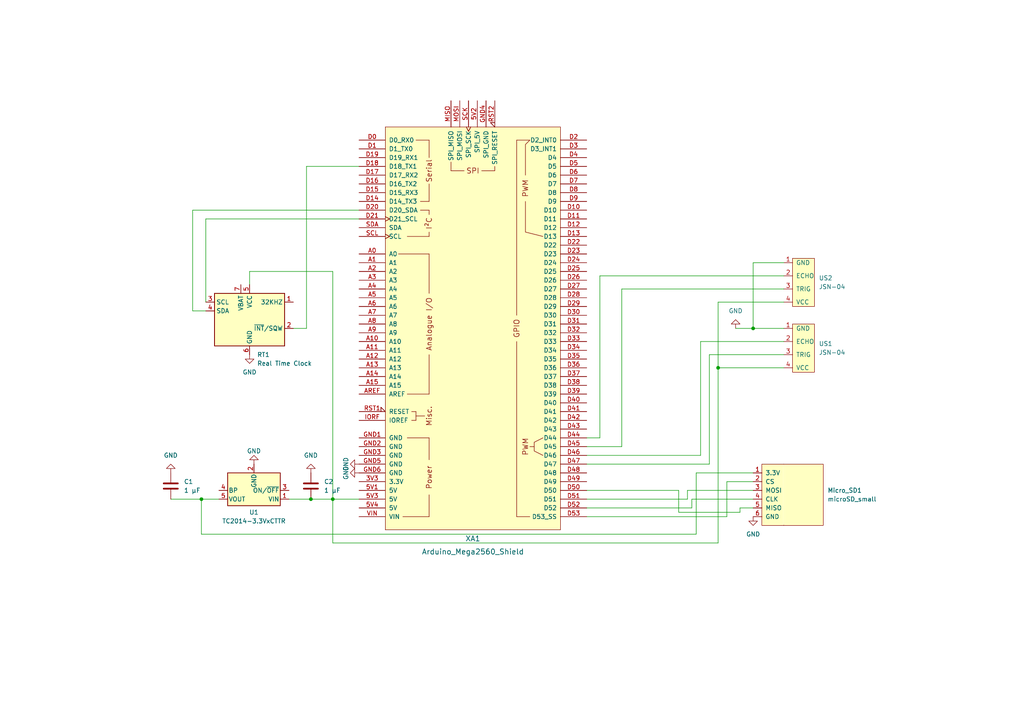
<source format=kicad_sch>
(kicad_sch (version 20230121) (generator eeschema)
  (paper "A4")
  (lib_symbols
    (symbol "ARTS-Lab:HCSR04" (pin_names (offset 1.016))
      (property "Reference" "Ultrasonic_sensor" (at 0 2.54 0))
      (property "Value" "HCSR04" (at 0 3.81 0))
      (symbol "HCSR04_0_1"
        (rectangle (start -7.62 1.27) (end 6.35 -5.08) (fill (type background)))
      )
      (symbol "HCSR04_1_1"
        (pin passive line (at -6.35 -7.62 90) (length 2.54) (name "GND") (number "1"))
        (pin passive line (at -2.54 -7.62 90) (length 2.54) (name "ECHO") (number "2"))
        (pin passive line (at 1.27 -7.62 90) (length 2.54) (name "TRIG") (number "3"))
        (pin passive line (at 5.08 -7.62 90) (length 2.54) (name "VCC") (number "4"))
      )
    )
    (symbol "ARTS-Lab:microSD_small" (pin_names (offset 1.016))
      (property "Reference" "Micro_SD" (at 0 -7.62 0))
      (property "Value" "microSD_small" (at 0 -3.81 0))
      (symbol "microSD_small_0_1"
        (polyline (pts (xy -8.89 -11.43) (xy -8.89 -17.78) (xy 8.89 -17.78) (xy 8.89 -11.43)) (fill (type background)))
        (polyline (pts (xy -8.89 -11.43) (xy -8.89 0) (xy 8.89 0) (xy 8.89 -11.43)) (fill (type background)))
      )
      (symbol "microSD_small_1_1"
        (pin input line (at -6.35 -20.32 90) (length 2.54) (name "3.3V") (number "1"))
        (pin input line (at -3.81 -20.32 90) (length 2.54) (name "CS") (number "2"))
        (pin input line (at -1.27 -20.32 90) (length 2.54) (name "MOSI") (number "3"))
        (pin input line (at 1.27 -20.32 90) (length 2.54) (name "CLK") (number "4"))
        (pin input line (at 3.81 -20.32 90) (length 2.54) (name "MISO") (number "5"))
        (pin input line (at 6.35 -20.32 90) (length 2.54) (name "GND") (number "6"))
      )
    )
    (symbol "Arduino_Boards:Arduino_Mega2560_Shield" (pin_names (offset 1.016))
      (property "Reference" "XA" (at 2.54 0 90))
      (property "Value" "Arduino_Mega2560_Shield" (at -2.54 0 90))
      (symbol "Arduino_Mega2560_Shield_0_0"
        (rectangle (start -25.4 -58.42) (end 25.4 58.42) (fill (type background)))
        (rectangle (start -20.32 -54.61) (end -12.7 -54.61))
        (rectangle (start -19.05 -31.75) (end -12.7 -31.75))
        (rectangle (start -19.05 -19.05) (end -12.7 -19.05))
        (rectangle (start -19.05 26.67) (end -12.7 26.67))
        (rectangle (start -17.78 -26.67) (end -16.51 -26.67))
        (rectangle (start -17.78 -24.13) (end -16.51 -24.13))
        (rectangle (start -16.51 -25.4) (end -13.97 -25.4))
        (rectangle (start -16.51 -24.13) (end -16.51 -26.67))
        (rectangle (start -16.51 54.61) (end -12.7 54.61))
        (rectangle (start -15.24 34.29) (end -12.7 34.29))
        (rectangle (start -15.24 36.83) (end -12.7 36.83))
        (rectangle (start -12.7 -54.61) (end -12.7 -48.26))
        (rectangle (start -12.7 -31.75) (end -12.7 -38.1))
        (rectangle (start -12.7 26.67) (end -12.7 27.94))
        (rectangle (start -12.7 34.29) (end -12.7 33.02))
        (rectangle (start -12.7 41.91) (end -12.7 36.83))
        (rectangle (start -12.7 49.53) (end -12.7 54.61))
        (rectangle (start -6.35 48.26) (end -6.35 45.72))
        (rectangle (start -2.54 45.72) (end -6.35 45.72))
        (polyline (pts (xy -21.59 21.59) (xy -12.7 21.59)))
        (polyline (pts (xy -12.7 -19.05) (xy -12.7 -7.62)))
        (polyline (pts (xy -12.7 10.16) (xy -12.7 21.59)))
        (polyline (pts (xy 12.7 -54.61) (xy 16.51 -54.61)))
        (polyline (pts (xy 12.7 54.61) (xy 16.51 54.61)))
        (polyline (pts (xy 17.78 -34.29) (xy 16.51 -34.29)))
        (polyline (pts (xy 15.24 36.83) (xy 15.24 27.94) (xy 20.32 26.67)))
        (polyline (pts (xy 15.24 44.45) (xy 15.24 53.34) (xy 16.51 54.61)))
        (polyline (pts (xy 20.32 -31.75) (xy 17.78 -33.02) (xy 17.78 -35.56) (xy 20.32 -36.83)))
        (rectangle (start 6.35 45.72) (end 2.54 45.72))
        (rectangle (start 6.35 46.99) (end 6.35 45.72))
        (text "Analogue I/O" (at -12.7 1.27 900) (effects (font (size 1.524 1.524))))
        (text "I²C" (at -12.7 30.48 900) (effects (font (size 1.524 1.524))))
        (text "Misc." (at -12.7 -25.4 900) (effects (font (size 1.524 1.524))))
        (text "Power" (at -12.7 -43.18 900) (effects (font (size 1.524 1.524))))
        (text "PWM" (at 15.24 -34.29 900) (effects (font (size 1.524 1.524))))
        (text "PWM" (at 15.24 40.64 900) (effects (font (size 1.524 1.524))))
        (text "Serial" (at -12.7 45.72 900) (effects (font (size 1.524 1.524))))
        (text "SPI" (at 0 45.72 0) (effects (font (size 1.524 1.524))))
      )
      (symbol "Arduino_Mega2560_Shield_1_0"
        (rectangle (start 12.7 -54.61) (end 12.7 -3.81))
        (rectangle (start 12.7 54.61) (end 12.7 3.81))
        (text "GPIO" (at 12.7 0 900) (effects (font (size 1.524 1.524))))
      )
      (symbol "Arduino_Mega2560_Shield_1_1"
        (pin power_in line (at -33.02 -44.45 0) (length 7.62) (name "3.3V") (number "3V3"))
        (pin power_in line (at -33.02 -46.99 0) (length 7.62) (name "5V") (number "5V1"))
        (pin power_in line (at 1.27 66.04 270) (length 7.62) (name "SPI_5V") (number "5V2"))
        (pin power_in line (at -33.02 -49.53 0) (length 7.62) (name "5V") (number "5V3"))
        (pin power_in line (at -33.02 -52.07 0) (length 7.62) (name "5V") (number "5V4"))
        (pin bidirectional line (at -33.02 21.59 0) (length 7.62) (name "A0") (number "A0"))
        (pin bidirectional line (at -33.02 19.05 0) (length 7.62) (name "A1") (number "A1"))
        (pin bidirectional line (at -33.02 -3.81 0) (length 7.62) (name "A10") (number "A10"))
        (pin bidirectional line (at -33.02 -6.35 0) (length 7.62) (name "A11") (number "A11"))
        (pin bidirectional line (at -33.02 -8.89 0) (length 7.62) (name "A12") (number "A12"))
        (pin bidirectional line (at -33.02 -11.43 0) (length 7.62) (name "A13") (number "A13"))
        (pin bidirectional line (at -33.02 -13.97 0) (length 7.62) (name "A14") (number "A14"))
        (pin bidirectional line (at -33.02 -16.51 0) (length 7.62) (name "A15") (number "A15"))
        (pin bidirectional line (at -33.02 16.51 0) (length 7.62) (name "A2") (number "A2"))
        (pin bidirectional line (at -33.02 13.97 0) (length 7.62) (name "A3") (number "A3"))
        (pin bidirectional line (at -33.02 11.43 0) (length 7.62) (name "A4") (number "A4"))
        (pin bidirectional line (at -33.02 8.89 0) (length 7.62) (name "A5") (number "A5"))
        (pin bidirectional line (at -33.02 6.35 0) (length 7.62) (name "A6") (number "A6"))
        (pin bidirectional line (at -33.02 3.81 0) (length 7.62) (name "A7") (number "A7"))
        (pin bidirectional line (at -33.02 1.27 0) (length 7.62) (name "A8") (number "A8"))
        (pin bidirectional line (at -33.02 -1.27 0) (length 7.62) (name "A9") (number "A9"))
        (pin input line (at -33.02 -19.05 0) (length 7.62) (name "AREF") (number "AREF"))
        (pin bidirectional line (at -33.02 54.61 0) (length 7.62) (name "D0_RX0") (number "D0"))
        (pin bidirectional line (at -33.02 52.07 0) (length 7.62) (name "D1_TX0") (number "D1"))
        (pin bidirectional line (at 33.02 34.29 180) (length 7.62) (name "D10") (number "D10"))
        (pin bidirectional line (at 33.02 31.75 180) (length 7.62) (name "D11") (number "D11"))
        (pin bidirectional line (at 33.02 29.21 180) (length 7.62) (name "D12") (number "D12"))
        (pin bidirectional line (at 33.02 26.67 180) (length 7.62) (name "D13") (number "D13"))
        (pin bidirectional line (at -33.02 36.83 0) (length 7.62) (name "D14_TX3") (number "D14"))
        (pin bidirectional line (at -33.02 39.37 0) (length 7.62) (name "D15_RX3") (number "D15"))
        (pin bidirectional line (at -33.02 41.91 0) (length 7.62) (name "D16_TX2") (number "D16"))
        (pin bidirectional line (at -33.02 44.45 0) (length 7.62) (name "D17_RX2") (number "D17"))
        (pin bidirectional line (at -33.02 46.99 0) (length 7.62) (name "D18_TX1") (number "D18"))
        (pin bidirectional line (at -33.02 49.53 0) (length 7.62) (name "D19_RX1") (number "D19"))
        (pin bidirectional line (at 33.02 54.61 180) (length 7.62) (name "D2_INT0") (number "D2"))
        (pin bidirectional line (at -33.02 34.29 0) (length 7.62) (name "D20_SDA") (number "D20"))
        (pin bidirectional clock (at -33.02 31.75 0) (length 7.62) (name "D21_SCL") (number "D21"))
        (pin bidirectional line (at 33.02 24.13 180) (length 7.62) (name "D22") (number "D22"))
        (pin bidirectional line (at 33.02 21.59 180) (length 7.62) (name "D23") (number "D23"))
        (pin bidirectional line (at 33.02 19.05 180) (length 7.62) (name "D24") (number "D24"))
        (pin bidirectional line (at 33.02 16.51 180) (length 7.62) (name "D25") (number "D25"))
        (pin bidirectional line (at 33.02 13.97 180) (length 7.62) (name "D26") (number "D26"))
        (pin bidirectional line (at 33.02 11.43 180) (length 7.62) (name "D27") (number "D27"))
        (pin bidirectional line (at 33.02 8.89 180) (length 7.62) (name "D28") (number "D28"))
        (pin bidirectional line (at 33.02 6.35 180) (length 7.62) (name "D29") (number "D29"))
        (pin bidirectional line (at 33.02 52.07 180) (length 7.62) (name "D3_INT1") (number "D3"))
        (pin bidirectional line (at 33.02 3.81 180) (length 7.62) (name "D30") (number "D30"))
        (pin bidirectional line (at 33.02 1.27 180) (length 7.62) (name "D31") (number "D31"))
        (pin bidirectional line (at 33.02 -1.27 180) (length 7.62) (name "D32") (number "D32"))
        (pin bidirectional line (at 33.02 -3.81 180) (length 7.62) (name "D33") (number "D33"))
        (pin bidirectional line (at 33.02 -6.35 180) (length 7.62) (name "D34") (number "D34"))
        (pin bidirectional line (at 33.02 -8.89 180) (length 7.62) (name "D35") (number "D35"))
        (pin bidirectional line (at 33.02 -11.43 180) (length 7.62) (name "D36") (number "D36"))
        (pin bidirectional line (at 33.02 -13.97 180) (length 7.62) (name "D37") (number "D37"))
        (pin bidirectional line (at 33.02 -16.51 180) (length 7.62) (name "D38") (number "D38"))
        (pin bidirectional line (at 33.02 -19.05 180) (length 7.62) (name "D39") (number "D39"))
        (pin bidirectional line (at 33.02 49.53 180) (length 7.62) (name "D4") (number "D4"))
        (pin bidirectional line (at 33.02 -21.59 180) (length 7.62) (name "D40") (number "D40"))
        (pin bidirectional line (at 33.02 -24.13 180) (length 7.62) (name "D41") (number "D41"))
        (pin bidirectional line (at 33.02 -26.67 180) (length 7.62) (name "D42") (number "D42"))
        (pin bidirectional line (at 33.02 -29.21 180) (length 7.62) (name "D43") (number "D43"))
        (pin bidirectional line (at 33.02 -31.75 180) (length 7.62) (name "D44") (number "D44"))
        (pin bidirectional line (at 33.02 -34.29 180) (length 7.62) (name "D45") (number "D45"))
        (pin bidirectional line (at 33.02 -36.83 180) (length 7.62) (name "D46") (number "D46"))
        (pin bidirectional line (at 33.02 -39.37 180) (length 7.62) (name "D47") (number "D47"))
        (pin bidirectional line (at 33.02 -41.91 180) (length 7.62) (name "D48") (number "D48"))
        (pin bidirectional line (at 33.02 -44.45 180) (length 7.62) (name "D49") (number "D49"))
        (pin bidirectional line (at 33.02 46.99 180) (length 7.62) (name "D5") (number "D5"))
        (pin bidirectional line (at 33.02 -46.99 180) (length 7.62) (name "D50") (number "D50"))
        (pin bidirectional line (at 33.02 -49.53 180) (length 7.62) (name "D51") (number "D51"))
        (pin bidirectional line (at 33.02 -52.07 180) (length 7.62) (name "D52") (number "D52"))
        (pin bidirectional line (at 33.02 -54.61 180) (length 7.62) (name "D53_SS") (number "D53"))
        (pin bidirectional line (at 33.02 44.45 180) (length 7.62) (name "D6") (number "D6"))
        (pin bidirectional line (at 33.02 41.91 180) (length 7.62) (name "D7") (number "D7"))
        (pin bidirectional line (at 33.02 39.37 180) (length 7.62) (name "D8") (number "D8"))
        (pin bidirectional line (at 33.02 36.83 180) (length 7.62) (name "D9") (number "D9"))
        (pin power_in line (at -33.02 -31.75 0) (length 7.62) (name "GND") (number "GND1"))
        (pin power_in line (at -33.02 -34.29 0) (length 7.62) (name "GND") (number "GND2"))
        (pin power_in line (at -33.02 -36.83 0) (length 7.62) (name "GND") (number "GND3"))
        (pin power_in line (at 3.81 66.04 270) (length 7.62) (name "SPI_GND") (number "GND4"))
        (pin power_in line (at -33.02 -39.37 0) (length 7.62) (name "GND") (number "GND5"))
        (pin power_in line (at -33.02 -41.91 0) (length 7.62) (name "GND") (number "GND6"))
        (pin output line (at -33.02 -26.67 0) (length 7.62) (name "IOREF") (number "IORF"))
        (pin input line (at -6.35 66.04 270) (length 7.62) (name "SPI_MISO") (number "MISO"))
        (pin output line (at -3.81 66.04 270) (length 7.62) (name "SPI_MOSI") (number "MOSI"))
        (pin open_collector input_low (at -33.02 -24.13 0) (length 7.62) (name "RESET") (number "RST1"))
        (pin open_collector input_low (at 6.35 66.04 270) (length 7.62) (name "SPI_RESET") (number "RST2"))
        (pin output clock (at -1.27 66.04 270) (length 7.62) (name "SPI_SCK") (number "SCK"))
        (pin bidirectional clock (at -33.02 26.67 0) (length 7.62) (name "SCL") (number "SCL"))
        (pin bidirectional line (at -33.02 29.21 0) (length 7.62) (name "SDA") (number "SDA"))
        (pin power_in line (at -33.02 -54.61 0) (length 7.62) (name "VIN") (number "VIN"))
      )
    )
    (symbol "Device:C" (pin_numbers hide) (pin_names (offset 0.254))
      (property "Reference" "C" (at 0.635 2.54 0))
      (property "Value" "C" (at 0.635 -2.54 0))
      (symbol "C_0_1"
        (polyline (pts (xy -2.032 -0.762) (xy 2.032 -0.762)) (stroke (width 0.508)))
        (polyline (pts (xy -2.032 0.762) (xy 2.032 0.762)) (stroke (width 0.508)))
      )
      (symbol "C_1_1"
        (pin passive line (at 0 3.81 270) (length 2.794) (name "~") (number "1"))
        (pin passive line (at 0 -3.81 90) (length 2.794) (name "~") (number "2"))
      )
    )
    (symbol "GND_1" (power) (pin_names (offset 0))
      (property "Value" "GND_1" (at 0 -3.81 0))
      (symbol "GND_1_0_1"
        (polyline (pts (xy 0 0) (xy 0 -1.27) (xy 1.27 -1.27) (xy 0 -2.54) (xy -1.27 -1.27) (xy 0 -1.27)))
      )
      (symbol "GND_1_1_1"
        (pin power_in line (at 0 0 270) (length 0) hide (name "GND") (number "1"))
      )
    )
    (symbol "RTC Breakout Module:DS3232M"
      (property "Reference" "U" (at -7.62 8.89 0))
      (property "Value" "DS3232M" (at 10.16 8.89 0))
      (symbol "DS3232M_0_1"
        (rectangle (start -10.16 7.62) (end 10.16 -7.62) (stroke (width 0.254)) (fill (type background)))
      )
      (symbol "DS3232M_1_1"
        (pin output line (at 12.7 5.08 180) (length 2.54) (name "32KHZ") (number "1"))
        (pin open_collector line (at 12.7 -2.54 180) (length 2.54) (name "~{INT}/SQW") (number "2"))
        (pin input line (at -12.7 5.08 0) (length 2.54) (name "SCL") (number "3"))
        (pin bidirectional line (at -12.7 2.54 0) (length 2.54) (name "SDA") (number "4"))
        (pin power_in line (at 0 10.16 270) (length 2.54) (name "VCC") (number "5"))
        (pin power_in line (at 0 -10.16 90) (length 2.54) (name "GND") (number "6"))
        (pin power_in line (at -2.54 10.16 270) (length 2.54) (name "VBAT") (number "7"))
      )
    )
    (symbol "Regulator_Linear:TC2014-3.3VxCTTR" (pin_names (offset 0.254))
      (property "Reference" "U" (at -6.35 5.715 0))
      (property "Value" "TC2014-3.3VxCTTR" (at 0 5.715 0))
      (symbol "TC2014-3.3VxCTTR_0_1"
        (rectangle (start -7.62 -5.08) (end 7.62 4.445) (stroke (width 0.254)) (fill (type background)))
      )
      (symbol "TC2014-3.3VxCTTR_1_1"
        (pin power_in line (at -10.16 2.54 0) (length 2.54) (name "VIN") (number "1"))
        (pin power_in line (at 0 -7.62 90) (length 2.54) (name "GND") (number "2"))
        (pin input line (at -10.16 0 0) (length 2.54) (name "ON/~{OFF}") (number "3"))
        (pin input line (at 10.16 0 180) (length 2.54) (name "BP") (number "4"))
        (pin power_out line (at 10.16 2.54 180) (length 2.54) (name "VOUT") (number "5"))
      )
    )
    (symbol "power:GND" (power) (pin_names (offset 0))
      (property "Value" "GND" (at 0 -3.81 0))
      (symbol "GND_0_1"
        (polyline (pts (xy 0 0) (xy 0 -1.27) (xy 1.27 -1.27) (xy 0 -2.54) (xy -1.27 -1.27) (xy 0 -1.27)))
      )
      (symbol "GND_1_1"
        (pin power_in line (at 0 0 270) (length 0) hide (name "GND") (number "1"))
      )
    )
  )
  (junction (at 218.44 95.25))
  (junction (at 58.42 144.78))
  (junction (at 208.28 106.68))
  (junction (at 96.52 144.78))
  (junction (at 90.17 144.78))
  (wire (pts (xy 203.2 99.06) (xy 203.2 132.08)))
  (wire (pts (xy 196.85 142.24) (xy 196.85 148.59)))
  (wire (pts (xy 59.69 63.5) (xy 104.14 63.5)))
  (wire (pts (xy 59.69 63.5) (xy 59.69 87.63)))
  (wire (pts (xy 88.9 95.25) (xy 88.9 48.26)))
  (wire (pts (xy 170.18 147.32) (xy 200.66 147.32)))
  (wire (pts (xy 203.2 132.08) (xy 170.18 132.08)))
  (wire (pts (xy 90.17 144.78) (xy 96.52 144.78)))
  (wire (pts (xy 96.52 78.74) (xy 96.52 144.78)))
  (wire (pts (xy 199.39 142.24) (xy 218.44 142.24)))
  (wire (pts (xy 227.33 99.06) (xy 203.2 99.06)))
  (wire (pts (xy 214.63 148.59) (xy 214.63 147.32)))
  (wire (pts (xy 213.36 95.25) (xy 218.44 95.25)))
  (wire (pts (xy 218.44 76.2) (xy 218.44 95.25)))
  (wire (pts (xy 55.88 60.96) (xy 55.88 90.17)))
  (wire (pts (xy 205.74 134.62) (xy 170.18 134.62)))
  (wire (pts (xy 55.88 90.17) (xy 59.69 90.17)))
  (wire (pts (xy 196.85 148.59) (xy 214.63 148.59)))
  (wire (pts (xy 214.63 147.32) (xy 218.44 147.32)))
  (wire (pts (xy 170.18 149.86) (xy 210.82 149.86)))
  (wire (pts (xy 72.39 78.74) (xy 72.39 82.55)))
  (wire (pts (xy 210.82 149.86) (xy 210.82 139.7)))
  (wire (pts (xy 205.74 102.87) (xy 205.74 134.62)))
  (wire (pts (xy 227.33 102.87) (xy 205.74 102.87)))
  (wire (pts (xy 201.93 154.94) (xy 58.42 154.94)))
  (wire (pts (xy 208.28 106.68) (xy 227.33 106.68)))
  (wire (pts (xy 227.33 83.82) (xy 180.34 83.82)))
  (wire (pts (xy 170.18 142.24) (xy 196.85 142.24)))
  (wire (pts (xy 170.18 144.78) (xy 199.39 144.78)))
  (wire (pts (xy 208.28 157.48) (xy 208.28 106.68)))
  (wire (pts (xy 55.88 60.96) (xy 104.14 60.96)))
  (wire (pts (xy 173.99 80.01) (xy 173.99 127)))
  (wire (pts (xy 180.34 83.82) (xy 180.34 129.54)))
  (wire (pts (xy 173.99 127) (xy 170.18 127)))
  (wire (pts (xy 199.39 144.78) (xy 199.39 142.24)))
  (wire (pts (xy 218.44 95.25) (xy 227.33 95.25)))
  (wire (pts (xy 180.34 129.54) (xy 170.18 129.54)))
  (wire (pts (xy 58.42 154.94) (xy 58.42 144.78)))
  (wire (pts (xy 227.33 87.63) (xy 208.28 87.63)))
  (wire (pts (xy 96.52 144.78) (xy 96.52 157.48)))
  (wire (pts (xy 210.82 139.7) (xy 218.44 139.7)))
  (wire (pts (xy 218.44 137.16) (xy 201.93 137.16)))
  (wire (pts (xy 96.52 157.48) (xy 208.28 157.48)))
  (wire (pts (xy 49.53 144.78) (xy 58.42 144.78)))
  (wire (pts (xy 72.39 78.74) (xy 96.52 78.74)))
  (wire (pts (xy 85.09 95.25) (xy 88.9 95.25)))
  (wire (pts (xy 218.44 76.2) (xy 227.33 76.2)))
  (wire (pts (xy 88.9 48.26) (xy 104.14 48.26)))
  (wire (pts (xy 83.82 144.78) (xy 90.17 144.78)))
  (wire (pts (xy 200.66 147.32) (xy 200.66 144.78)))
  (wire (pts (xy 227.33 80.01) (xy 173.99 80.01)))
  (wire (pts (xy 201.93 137.16) (xy 201.93 154.94)))
  (wire (pts (xy 200.66 144.78) (xy 218.44 144.78)))
  (wire (pts (xy 96.52 144.78) (xy 104.14 144.78)))
  (wire (pts (xy 208.28 87.63) (xy 208.28 106.68)))
  (wire (pts (xy 58.42 144.78) (xy 63.5 144.78)))
  (symbol (lib_id "power:GND") (at 73.66 134.62 180) (unit 1)
    (property "Reference" "#PWR05" (effects hide))
    (property "Value" "GND" (at 73.66 130.81 0))
  )
  (symbol (lib_id "Device:C") (at 49.53 140.97 0) (unit 1)
    (property "Reference" "C1" (at 53.34 139.6999 0) (effects (justify left)))
    (property "Value" "1 µF" (at 53.34 142.2399 0) (effects (justify left)))
    (property "Footprint" "Capacitor_SMD:C_1206_3216Metric" (effects hide))
    (property "Datasheet" "https://mm.digikey.com/Volume0/opasdata/d220001/medias/docus/3584/CL10B105KP8NNNC_Spec.pdf" (effects hide))
  )
  (symbol (lib_name "GND_1") (lib_id "power:GND") (at 72.39 102.87 0) (unit 1)
    (property "Reference" "#PWR02" (effects hide))
    (property "Value" "GND" (at 72.39 107.95 0))
  )
  (symbol (lib_id "power:GND") (at 218.44 149.86 0) (unit 1)
    (property "Reference" "#PWR010" (effects hide))
    (property "Value" "GND" (at 218.44 154.94 0))
  )
  (symbol (lib_id "ARTS-Lab:HCSR04") (at 234.95 101.6 270) (unit 1)
    (property "Reference" "US1" (at 237.49 99.6949 90) (effects (justify left)))
    (property "Value" "JSN-04" (at 237.49 102.2349 90) (effects (justify left)))
    (property "Footprint" "Connector_PinSocket_1.00mm:PinSocket_1x04_P1.00mm_Vertical" (effects hide))
    (property "Datasheet" "https://www.amazon.com/Integrated-Transducer-Ultrasonic-Waterproof-JSN-SR04T-V3-0/dp/B0C73XZRFQ/ref=sr_1_1?dib=eyJ2IjoiMSJ9.CcGF7zhYu5UTRvPHSp0fKw.b_M9nUTeMx9PCjV7ni0vM5BVvQIfTn5J5e64L5-9o8s&dib_tag=se&keywords=B0C73XZRFQ&qid=1715352274&sr=8-1" (effects hide))
  )
  (symbol (lib_id "power:GND") (at 104.14 134.62 270) (unit 1)
    (property "Reference" "#PWR08" (effects hide))
    (property "Value" "GND" (at 100.33 134.62 0))
  )
  (symbol (lib_id "Device:C") (at 90.17 140.97 0) (unit 1)
    (property "Reference" "C2" (at 93.98 139.6999 0) (effects (justify left)))
    (property "Value" "1 µF" (at 93.98 142.2399 0) (effects (justify left)))
    (property "Footprint" "Capacitor_SMD:C_1206_3216Metric" (effects hide))
    (property "Datasheet" "https://mm.digikey.com/Volume0/opasdata/d220001/medias/docus/3584/CL10B105KP8NNNC_Spec.pdf" (effects hide))
  )
  (symbol (lib_id "Regulator_Linear:TC2014-3.3VxCTTR") (at 73.66 142.24 180) (unit 1)
    (property "Reference" "U1" (at 73.66 148.59 0))
    (property "Value" "TC2014-3.3VxCTTR" (at 73.66 151.13 0))
    (property "Footprint" "Package_TO_SOT_SMD:SOT-23-5" (effects hide))
    (property "Datasheet" "http://ww1.microchip.com/downloads/en/DeviceDoc/21662F.pdf" (effects hide))
  )
  (symbol (lib_id "Arduino_Boards:Arduino_Mega2560_Shield") (at 137.16 95.25 0) (unit 1)
    (property "Reference" "XA1" (at 137.16 156.21 0) (effects (font (size 1.524 1.524))))
    (property "Value" "Arduino_Mega2560_Shield" (at 137.16 160.02 0) (effects (font (size 1.524 1.524))))
    (property "Footprint" "PCM_arduino-library:Arduino_Mega2560_R3_Shield" (effects hide))
    (property "Datasheet" "https://store.arduino.cc/arduino-mega-2560-rev3" (effects hide))
  )
  (symbol (lib_id "power:GND") (at 49.53 137.16 180) (unit 1)
    (property "Reference" "#PWR01" (effects hide))
    (property "Value" "GND" (at 49.53 132.08 0))
  )
  (symbol (lib_id "power:GND") (at 213.36 95.25 180) (unit 1)
    (property "Reference" "#PWR011" (effects hide))
    (property "Value" "GND" (at 213.36 90.17 0))
  )
  (symbol (lib_id "power:GND") (at 104.14 137.16 270) (unit 1)
    (property "Reference" "#PWR09" (effects hide))
    (property "Value" "GND" (at 100.33 137.16 0))
  )
  (symbol (lib_id "ARTS-Lab:HCSR04") (at 234.95 82.55 270) (unit 1)
    (property "Reference" "US2" (at 237.49 80.6449 90) (effects (justify left)))
    (property "Value" "JSN-04" (at 237.49 83.1849 90) (effects (justify left)))
    (property "Footprint" "Connector_PinSocket_1.00mm:PinSocket_1x04_P1.00mm_Vertical" (effects hide))
    (property "Datasheet" "https://www.amazon.com/Integrated-Transducer-Ultrasonic-Waterproof-JSN-SR04T-V3-0/dp/B0C73XZRFQ/ref=sr_1_1?dib=eyJ2IjoiMSJ9.CcGF7zhYu5UTRvPHSp0fKw.b_M9nUTeMx9PCjV7ni0vM5BVvQIfTn5J5e64L5-9o8s&dib_tag=se&keywords=B0C73XZRFQ&qid=1715352274&sr=8-1" (effects hide))
  )
  (symbol (lib_id "ARTS-Lab:microSD_small") (at 238.76 143.51 270) (unit 1)
    (property "Reference" "Micro_SD1" (at 240.03 142.2399 90) (effects (justify left)))
    (property "Value" "microSD_small" (at 240.03 144.7799 90) (effects (justify left)))
    (property "Footprint" "Connector_PinSocket_1.00mm:PinSocket_1x06_P1.00mm_Vertical" (effects hide))
  )
  (symbol (lib_id "power:GND") (at 90.17 137.16 180) (unit 1)
    (property "Reference" "#PWR07" (effects hide))
    (property "Value" "GND" (at 90.17 132.08 0))
  )
  (symbol (lib_id "RTC Breakout Module:DS3232M") (at 72.39 92.71 0) (unit 1)
    (property "Reference" "RT1" (at 74.5841 102.87 0) (effects (justify left)))
    (property "Value" "Real Time Clock" (at 74.5841 105.41 0) (effects (justify left)))
    (property "Footprint" "Connector_PinSocket_1.00mm:PinSocket_1x06_P1.00mm_Vertical" (effects hide))
    (property "Datasheet" "https://www.amazon.com/AOICRIE-AT24C32-Arduino-Without-Battery/dp/B08XQ8TT7Z" (effects hide))
  )
)
</source>
